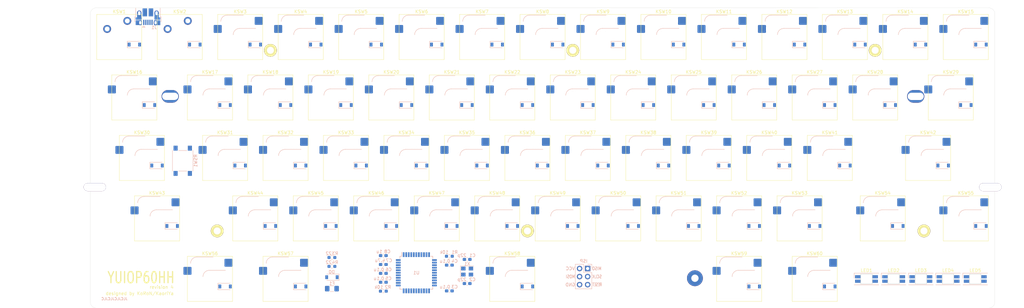
<source format=kicad_pcb>
(kicad_pcb (version 20211014) (generator pcbnew)
  (title_block (title "YUIOP60HH") (date "2022-02-04") (rev "5") (company "KaoriYa"))
  (layers (0 "F.Cu" signal) (31 "B.Cu" signal) (34 "B.Paste" user) (35 "F.Paste" user) (36 "B.SilkS" user "B.Silkscreen") (37 "F.SilkS" user "F.Silkscreen") (38 "B.Mask" user) (39 "F.Mask" user) (44 "Edge.Cuts" user))
  (net 0 "")
  (net 1 "GND")
  (net 2 "/Controller/XTAL2")
  (net 3 "/Controller/XTAL1")
  (net 4 "VCC")
  (net 5 "Net-(C8-Pad2)")
  (net 6 "/Controller/V_USB")
  (net 7 "Net-(D1-Pad2)")
  (net 8 "/ROW_1")
  (net 9 "Net-(D2-Pad2)")
  (net 10 "Net-(D3-Pad2)")
  (net 11 "Net-(D4-Pad2)")
  (net 12 "Net-(D5-Pad2)")
  (net 13 "Net-(D6-Pad2)")
  (net 14 "Net-(D7-Pad2)")
  (net 15 "Net-(D8-Pad2)")
  (net 16 "Net-(D9-Pad2)")
  (net 17 "Net-(D10-Pad2)")
  (net 18 "Net-(D11-Pad2)")
  (net 19 "Net-(D12-Pad2)")
  (net 20 "Net-(D13-Pad2)")
  (net 21 "Net-(D14-Pad2)")
  (net 22 "Net-(D15-Pad2)")
  (net 23 "Net-(D16-Pad2)")
  (net 24 "/ROW_2")
  (net 25 "Net-(D17-Pad2)")
  (net 26 "Net-(D18-Pad2)")
  (net 27 "Net-(D19-Pad2)")
  (net 28 "Net-(D20-Pad2)")
  (net 29 "Net-(D21-Pad2)")
  (net 30 "Net-(D22-Pad2)")
  (net 31 "Net-(D23-Pad2)")
  (net 32 "Net-(D24-Pad2)")
  (net 33 "Net-(D25-Pad2)")
  (net 34 "Net-(D26-Pad2)")
  (net 35 "Net-(D27-Pad2)")
  (net 36 "Net-(D28-Pad2)")
  (net 37 "Net-(D29-Pad2)")
  (net 38 "Net-(D30-Pad2)")
  (net 39 "/ROW_3")
  (net 40 "Net-(D31-Pad2)")
  (net 41 "Net-(D32-Pad2)")
  (net 42 "Net-(D33-Pad2)")
  (net 43 "Net-(D34-Pad2)")
  (net 44 "Net-(D35-Pad2)")
  (net 45 "Net-(D36-Pad2)")
  (net 46 "Net-(D37-Pad2)")
  (net 47 "Net-(D38-Pad2)")
  (net 48 "Net-(D39-Pad2)")
  (net 49 "Net-(D40-Pad2)")
  (net 50 "Net-(D41-Pad2)")
  (net 51 "Net-(D42-Pad2)")
  (net 52 "Net-(D43-Pad2)")
  (net 53 "/ROW_4")
  (net 54 "Net-(D44-Pad2)")
  (net 55 "Net-(D45-Pad2)")
  (net 56 "Net-(D46-Pad2)")
  (net 57 "Net-(D47-Pad2)")
  (net 58 "Net-(D48-Pad2)")
  (net 59 "Net-(D49-Pad2)")
  (net 60 "Net-(D50-Pad2)")
  (net 61 "Net-(D51-Pad2)")
  (net 62 "Net-(D52-Pad2)")
  (net 63 "Net-(D53-Pad2)")
  (net 64 "Net-(D54-Pad2)")
  (net 65 "Net-(D55-Pad2)")
  (net 66 "Net-(D56-Pad2)")
  (net 67 "/ROW_5")
  (net 68 "Net-(D57-Pad2)")
  (net 69 "Net-(D58-Pad2)")
  (net 70 "Net-(D59-Pad2)")
  (net 71 "Net-(D60-Pad2)")
  (net 72 "/RESET")
  (net 73 "/COL_01")
  (net 74 "/COL_02")
  (net 75 "/COL_03")
  (net 76 "/COL_04")
  (net 77 "/COL_05")
  (net 78 "/COL_06")
  (net 79 "/COL_07")
  (net 80 "/COL_08")
  (net 81 "/COL_09")
  (net 82 "/COL_10")
  (net 83 "/COL_11")
  (net 84 "/COL_12")
  (net 85 "/COL_13")
  (net 86 "/COL_14")
  (net 87 "/COL_15")
  (net 88 "/LED_DATA")
  (net 89 "Net-(R2-Pad2)")
  (net 90 "/Controller/D+")
  (net 91 "/Controller/D-")
  (net 93 "/LED Array/DOUT")
  (net 95 "/Controller/P41_F0")
  (net 96 "Net-(LED1-Pad2)")
  (net 97 "Net-(LED2-Pad2)")
  (net 98 "Net-(LED3-Pad2)")
  (net 99 "Net-(LED4-Pad2)")
  (net 100 "/Controller/P01_E6")
  (net 101 "/Controller/P12_B7")
  (net 102 "/Controller/P18_D0")
  (net 103 "/USB_VBUS")
  (net 104 "/USB_D+")
  (net 105 "/USB_D-")
  (footprint "yuiop:SK6812MINI-E_B" (layer "F.Cu") (at 348.809 185.441 180)
    (fp_text reference "LED5")
    (fp_text value "SK6812MINI")
    (fp_line (start -1.8 -1.55) (end 1.8 -1.55) (layer "Edge.Cuts") (width 0.12))
    (fp_line (start 1.8 -1.55) (end 1.8 1.55) (layer "Edge.Cuts") (width 0.12))
    (fp_line (start 1.8 1.55) (end -1.8 1.55) (layer "Edge.Cuts") (width 0.12))
    (fp_line (start -1.8 1.55) (end -1.8 -1.55) (layer "Edge.Cuts") (width 0.12))
  )
  (footprint "yuiop:SK6812MINI-E_B" (layer "F.Cu") (at 314.544 185.441 180)
    (fp_text reference "LED1")
    (fp_text value "SK6812MINI")
    (fp_line (start -1.8 -1.55) (end 1.8 -1.55) (layer "Edge.Cuts") (width 0.12))
    (fp_line (start 1.8 1.55) (end -1.8 1.55) (layer "Edge.Cuts") (width 0.12))
    (fp_line (start -1.8 1.55) (end -1.8 -1.55) (layer "Edge.Cuts") (width 0.12))
    (fp_line (start 1.8 -1.55) (end 1.8 1.55) (layer "Edge.Cuts") (width 0.12))
  )
  (footprint "yuiop:SK6812MINI-E_B" (layer "F.Cu") (at 323.111 185.441 180)
    (fp_text reference "LED2")
    (fp_text value "SK6812MINI")
    (fp_line (start 1.8 1.55) (end -1.8 1.55) (layer "Edge.Cuts") (width 0.12))
    (fp_line (start -1.8 1.55) (end -1.8 -1.55) (layer "Edge.Cuts") (width 0.12))
    (fp_line (start -1.8 -1.55) (end 1.8 -1.55) (layer "Edge.Cuts") (width 0.12))
    (fp_line (start 1.8 -1.55) (end 1.8 1.55) (layer "Edge.Cuts") (width 0.12))
  )
  (footprint "yuiop:D_SOD-123" (layer "F.Cu") (at 183.925 168.74125 180)
    (fp_text reference "D47" hide)
    (fp_text value "1N4148W" hide)
  )
  (footprint "yuiop:D_SOD-123" (layer "F.Cu") (at 126.775 168.74125 180)
    (fp_text reference "D44" hide)
    (fp_text value "1N4148W" hide)
  )
  (footprint "yuiop:D_SOD-123" (layer "F.Cu") (at 338.70625 149.69125 180)
    (fp_text reference "D42" hide)
    (fp_text value "1N4148W" hide)
  )
  (footprint "yuiop:D_SOD-123" (layer "F.Cu") (at 193.45 149.69125 180)
    (fp_text reference "D35" hide)
    (fp_text value "1N4148W" hide)
  )
  (footprint "yuiop:D_SOD-123" (layer "F.Cu") (at 307.75 149.69125 180)
    (fp_text reference "D41" hide)
    (fp_text value "1N4148W" hide)
  )
  (footprint "yuiop:D_SOD-123" (layer "F.Cu") (at 288.7 149.69125 180)
    (fp_text reference "D40" hide)
    (fp_text value "1N4148W" hide)
  )
  (footprint "yuiop:D_SOD-123" (layer "F.Cu") (at 250.6 149.69125 180)
    (fp_text reference "D38" hide)
    (fp_text value "1N4148W" hide)
  )
  (footprint "yuiop:D_SOD-123" (layer "F.Cu") (at 222.025 168.74125 180)
    (fp_text reference "D49" hide)
    (fp_text value "1N4148W" hide)
  )
  (footprint "yuiop:D_SOD-123" (layer "F.Cu") (at 279.175 168.74125 180)
    (fp_text reference "D52" hide)
    (fp_text value "1N4148W" hide)
  )
  (footprint "yuiop:D_SOD-123" (layer "F.Cu") (at 279.175 187.791 180)
    (fp_text reference "D59" hide)
    (fp_text value "1N4148W" hide)
  )
  (footprint "yuiop:D_SOD-123" (layer "F.Cu") (at 298.225 168.74125 180)
    (fp_text reference "D53" hide)
    (fp_text value "1N4148W" hide)
  )
  (footprint "yuiop:D_SOD-123" (layer "F.Cu") (at 207.7375 187.791 180)
    (fp_text reference "D58" hide)
    (fp_text value "1N4148W" hide)
  )
  (footprint "yuiop:D_SOD-123" (layer "F.Cu") (at 136.3 187.791 180)
    (fp_text reference "D57" hide)
    (fp_text value "1N4148W" hide)
  )
  (footprint "yuiop:D_SOD-123" (layer "F.Cu") (at 241.075 168.74125 180)
    (fp_text reference "D50" hide)
    (fp_text value "1N4148W" hide)
  )
  (footprint "yuiop:D_SOD-123" (layer "F.Cu") (at 112.4875 187.791 180)
    (fp_text reference "D56" hide)
    (fp_text value "1N4148W" hide)
  )
  (footprint "yuiop:D_SOD-123" (layer "F.Cu") (at 95.81875 168.74125 180)
    (fp_text reference "D43" hide)
    (fp_text value "1N4148W" hide)
  )
  (footprint "yuiop:D_SOD-123" (layer "F.Cu") (at 350.6125 168.74125 180)
    (fp_text reference "D55" hide)
    (fp_text value "1N4148W" hide)
  )
  (footprint "yuiop:D_SOD-123" (layer "F.Cu") (at 324.41875 168.74125 180)
    (fp_text reference "D54" hide)
    (fp_text value "1N4148W" hide)
  )
  (footprint "yuiop:D_SOD-123" (layer "F.Cu") (at 260.125 168.74125 180)
    (fp_text reference "D51" hide)
    (fp_text value "1N4148W" hide)
  )
  (footprint "yuiop:D_SOD-123" (layer "F.Cu") (at 164.875 168.74125 180)
    (fp_text reference "D46" hide)
    (fp_text value "1N4148W" hide)
  )
  (footprint "yuiop:D_SOD-123" (layer "F.Cu") (at 145.825 168.74125 180)
    (fp_text reference "D45" hide)
    (fp_text value "1N4148W" hide)
  )
  (footprint "yuiop:D_SOD-123" (layer "F.Cu") (at 269.65 149.69125 180)
    (fp_text reference "D39" hide)
    (fp_text value "1N4148W" hide)
  )
  (footprint "yuiop:D_SOD-123" (layer "F.Cu") (at 231.55 149.69125 180)
    (fp_text reference "D37" hide)
    (fp_text value "1N4148W" hide)
  )
  (footprint "yuiop:D_SOD-123" (layer "F.Cu") (at 91.05625 149.69125 180)
    (fp_text reference "D30" hide)
    (fp_text value "1N4148W" hide)
  )
  (footprint "yuiop:D_SOD-123" (layer "F.Cu") (at 207.7375 130.64125 180)
    (fp_text reference "D22" hide)
    (fp_text value "1N4148W" hide)
  )
  (footprint "yuiop:D_SOD-123" (layer "F.Cu") (at 350.6125 111.59125 180)
    (fp_text reference "D15" hide)
    (fp_text value "1N4148W" hide)
  )
  (footprint "yuiop:D_SOD-123" (layer "F.Cu") (at 293.4625 111.59125 180)
    (fp_text reference "D12" hide)
    (fp_text value "1N4148W" hide)
  )
  (footprint "yuiop:D_SOD-123" (layer "F.Cu") (at 188.6875 130.64125 180)
    (fp_text reference "D21" hide)
    (fp_text value "1N4148W" hide)
  )
  (footprint "yuiop:D_SOD-123" (layer "F.Cu") (at 169.6375 130.64125 180)
    (fp_text reference "D20" hide)
    (fp_text value "1N4148W" hide)
  )
  (footprint "yuiop:D_SOD-123" (layer "F.Cu") (at 122.012 111.59125 180)
    (fp_text reference "D3" hide)
    (fp_text value "1N4148W" hide)
  )
  (footprint "yuiop:D_SOD-123" (layer "F.Cu") (at 312.5125 111.59125 180)
    (fp_text reference "D13" hide)
    (fp_text value "1N4148W" hide)
  )
  (footprint "yuiop:D_SOD-123" (layer "F.Cu") (at 302.9875 130.64125 180)
    (fp_text reference "D27" hide)
    (fp_text value "1N4148W" hide)
  )
  (footprint "yuiop:D_SOD-123" (layer "F.Cu") (at 198.2125 111.59125 180)
    (fp_text reference "D7" hide)
    (fp_text value "1N4148W" hide)
  )
  (footprint "yuiop:D_SOD-123" (layer "F.Cu") (at 160.1125 111.59125 180)
    (fp_text reference "D5" hide)
    (fp_text value "1N4148W" hide)
  )
  (footprint "yuiop:D_SOD-123" (layer "F.Cu") (at 226.7875 130.64125 180)
    (fp_text reference "D23" hide)
    (fp_text value "1N4148W" hide)
  )
  (footprint "yuiop:D_SOD-123" (layer "F.Cu") (at 264.8875 130.64125 180)
    (fp_text reference "D25" hide)
    (fp_text value "1N4148W" hide)
  )
  (footprint "yuiop:D_SOD-123" (layer "F.Cu") (at 131.5375 130.64125 180)
    (fp_text reference "D18" hide)
    (fp_text value "1N4148W" hide)
  )
  (footprint "yuiop:D_SOD-123" (layer "F.Cu") (at 117.25 149.69125 180)
    (fp_text reference "D31" hide)
    (fp_text value "1N4148W" hide)
  )
  (footprint "yuiop:D_SOD-123" (layer "F.Cu") (at 88.675 130.64125 180)
    (fp_text reference "D16" hide)
    (fp_text value "1N4148W" hide)
  )
  (footprint "yuiop:D_SOD-123" (layer "F.Cu") (at 245.8375 130.64125 180)
    (fp_text reference "D24" hide)
    (fp_text value "1N4148W" hide)
  )
  (footprint "yuiop:D_SOD-123" (layer "F.Cu") (at 102.9625 111.59125 180)
    (fp_text reference "D2" hide)
    (fp_text value "1N4148W" hide)
  )
  (footprint "yuiop:D_SOD-123" (layer "F.Cu") (at 150.5875 130.64125 180)
    (fp_text reference "D19" hide)
    (fp_text value "1N4148W" hide)
  )
  (footprint "yuiop:D_SOD-123" (layer "F.Cu") (at 274.4125 111.59125 180)
    (fp_text reference "D11" hide)
    (fp_text value "1N4148W" hide)
  )
  (footprint "yuiop:D_SOD-123" (layer "F.Cu") (at 83.9125 111.59125 180)
    (fp_text reference "D1" hide)
    (fp_text value "1N4148W" hide)
  )
  (footprint "yuiop:D_SOD-123" (layer "F.Cu") (at 217.263 111.59125 180)
    (fp_text reference "D8" hide)
    (fp_text value "1N4148W" hide)
  )
  (footprint "yuiop:D_SOD-123" (layer "F.Cu") (at 255.3625 111.59125 180)
    (fp_text reference "D10" hide)
    (fp_text value "1N4148W" hide)
  )
  (footprint "yuiop:D_SOD-123" (layer "F.Cu") (at 141.0625 111.59125 180)
    (fp_text reference "D4" hide)
    (fp_text value "1N4148W" hide)
  )
  (footprint "yuiop:D_SOD-123" (layer "F.Cu") (at 136.3 149.69125 180)
    (fp_text reference "D32" hide)
    (fp_text value "1N4148W" hide)
  )
  (footprint "yuiop:D_SOD-123" (layer "F.Cu") (at 322.0375 130.64125 180)
    (fp_text reference "D28" hide)
    (fp_text value "1N4148W" hide)
  )
  (footprint "yuiop:D_SOD-123" (layer "F.Cu") (at 283.9375 130.64125 180)
    (fp_text reference "D26" hide)
    (fp_text value "1N4148W" hide)
  )
  (footprint "yuiop:D_SOD-123" (layer "F.Cu") (at 179.1625 111.59125 180)
    (fp_text reference "D6" hide)
    (fp_text value "1N4148W" hide)
  )
  (footprint "yuiop:D_SOD-123" (layer "F.Cu") (at 331.5625 111.59125 180)
    (fp_text reference "D14" hide)
    (fp_text value "1N4148W" hide)
  )
  (footprint "yuiop:D_SOD-123" (layer "F.Cu") (at 155.35 149.69125 180)
    (fp_text reference "D33" hide)
    (fp_text value "1N4148W" hide)
  )
  (footprint "yuiop:D_SOD-123" (layer "F.Cu") (at 174.4 149.69125 180)
    (fp_text reference "D34" hide)
    (fp_text value "1N4148W" hide)
  )
  (footprint "yuiop:D_SOD-123" (layer "F.Cu") (at 345.85 130.64125 180)
    (fp_text reference "D29" hide)
    (fp_text value "1N4148W" hide)
  )
  (footprint "yuiop:D_SOD-123" (layer "F.Cu") (at 112.4875 130.64125 180)
    (fp_text reference "D17" hide)
    (fp_text value "1N4148W" hide)
  )
  (footprint "yuiop:D_SOD-123" (layer "F.Cu") (at 212.5 149.69125 180)
    (fp_text reference "D36" hide)
    (fp_text value "1N4148W" hide)
  )
  (footprint "Keyswitch_Cherry_MX:SW_Cherry_MX_PCB" (layer "F.Cu") (at 79.15 109.21)
    (fp_text reference "KSW1")
    (fp_text value "KEY_SWITCH")
  )
  (footprint "Keyswitch_Cherry_MX:SW_Cherry_MX_PCB" (layer "F.Cu") (at 98.2 109.21)
    (fp_text reference "KSW2")
    (fp_text value "KEY_SWITCH")
  )
  (footprint "Keyswitch_Hotswap_Kailh:SW_Hotswap_Kailh_MX" (layer "F.Cu") (at 117.25 109.21)
    (fp_text reference "KSW3")
    (fp_text value "KEY_SWITCH")
  )
  (footprint "Keyswitch_Hotswap_Kailh:SW_Hotswap_Kailh_MX" (layer "F.Cu") (at 136.3 109.21)
    (fp_text reference "KSW4")
    (fp_text value "KEY_SWITCH")
  )
  (footprint "Keyswitch_Hotswap_Kailh:SW_Hotswap_Kailh_MX" (layer "F.Cu") (at 155.35 109.21)
    (fp_text reference "KSW5")
    (fp_text value "KEY_SWITCH")
  )
  (footprint "Keyswitch_Hotswap_Kailh:SW_Hotswap_Kailh_MX" (layer "F.Cu") (at 174.4 109.21)
    (fp_text reference "KSW6")
    (fp_text value "KEY_SWITCH")
  )
  (footprint "Keyswitch_Hotswap_Kailh:SW_Hotswap_Kailh_MX" (layer "F.Cu") (at 193.45 109.21)
    (fp_text reference "KSW7")
    (fp_text value "KEY_SWITCH")
  )
  (footprint "Keyswitch_Hotswap_Kailh:SW_Hotswap_Kailh_MX" (layer "F.Cu") (at 212.5 109.21)
    (fp_text reference "KSW8")
    (fp_text value "KEY_SWITCH")
  )
  (footprint "Keyswitch_Hotswap_Kailh:SW_Hotswap_Kailh_MX" (layer "F.Cu") (at 231.55 109.21)
    (fp_text reference "KSW9")
    (fp_text value "KEY_SWITCH")
  )
  (footprint "Keyswitch_Hotswap_Kailh:SW_Hotswap_Kailh_MX" (layer "F.Cu") (at 250.6 109.21)
    (fp_text reference "KSW10")
    (fp_text value "KEY_SWITCH")
  )
  (footprint "Keyswitch_Hotswap_Kailh:SW_Hotswap_Kailh_MX" (layer "F.Cu") (at 269.65 109.21)
    (fp_text reference "KSW11")
    (fp_text value "KEY_SWITCH")
  )
  (footprint "Keyswitch_Hotswap_Kailh:SW_Hotswap_Kailh_MX" (layer "F.Cu") (at 288.7 109.21)
    (fp_text reference "KSW12")
    (fp_text value "KEY_SWITCH")
  )
  (footprint "Keyswitch_Hotswap_Kailh:SW_Hotswap_Kailh_MX" (layer "F.Cu") (at 326.8 109.21)
    (fp_text reference "KSW14")
    (fp_text value "KEY_SWITCH")
  )
  (footprint "Keyswitch_Hotswap_Kailh:SW_Hotswap_Kailh_MX" (layer "F.Cu") (at 345.85 109.21)
    (fp_text reference "KSW15")
    (fp_text value "KEY_SWITCH")
  )
  (footprint "Keyswitch_Hotswap_Kailh:SW_Hotswap_Kailh_MX" (layer "F.Cu") (at 83.9125 128.26)
    (fp_text reference "KSW16")
    (fp_text value "KEY_SWITCH")
  )
  (footprint "Keyswitch_Hotswap_Kailh:SW_Hotswap_Kailh_MX" (layer "F.Cu") (at 107.725 128.26)
    (fp_text reference "KSW17")
    (fp_text value "KEY_SWITCH")
  )
  (footprint "Keyswitch_Hotswap_Kailh:SW_Hotswap_Kailh_MX" (layer "F.Cu") (at 126.775 128.26)
    (fp_text reference "KSW18")
    (fp_text value "KEY_SWITCH")
  )
  (footprint "Keyswitch_Hotswap_Kailh:SW_Hotswap_Kailh_MX" (layer "F.Cu") (at 145.825 128.26)
    (fp_text reference "KSW19")
    (fp_text value "KEY_SWITCH")
  )
  (footprint "Keyswitch_Hotswap_Kailh:SW_Hotswap_Kailh_MX" (layer "F.Cu") (at 164.875 128.26)
    (fp_text reference "KSW20")
    (fp_text value "KEY_SWITCH")
  )
  (footprint "Keyswitch_Hotswap_Kailh:SW_Hotswap_Kailh_MX" (layer "F.Cu") (at 183.925 128.26)
    (fp_text reference "KSW21")
    (fp_text value "KEY_SWITCH")
  )
  (footprint "Keyswitch_Hotswap_Kailh:SW_Hotswap_Kailh_MX" (layer "F.Cu") (at 202.975 128.26)
    (fp_text reference "KSW22")
    (fp_text value "KEY_SWITCH")
  )
  (footprint "Keyswitch_Hotswap_Kailh:SW_Hotswap_Kailh_MX" (layer "F.Cu") (at 222.025 128.26)
    (fp_text reference "KSW23")
    (fp_text value "KEY_SWITCH")
  )
  (footprint "Keyswitch_Hotswap_Kailh:SW_Hotswap_Kailh_MX" (layer "F.Cu") (at 241.075 128.26)
    (fp_text reference "KSW24")
    (fp_text value "KEY_SWITCH")
  )
  (footprint "Keyswitch_Hotswap_Kailh:SW_Hotswap_Kailh_MX" (layer "F.Cu") (at 260.125 128.26)
    (fp_text reference "KSW25")
    (fp_text value "KEY_SWITCH")
  )
  (footprint "Keyswitch_Hotswap_Kailh:SW_Hotswap_Kailh_MX" (layer "F.Cu") (at 279.175 128.26)
    (fp_text reference "KSW26")
    (fp_text value "KEY_SWITCH")
  )
  (footprint "Keyswitch_Hotswap_Kailh:SW_Hotswap_Kailh_MX" (layer "F.Cu") (at 298.225 128.26)
    (fp_text reference "KSW27")
    (fp_text value "KEY_SWITCH")
  )
  (footprint "Keyswitch_Hotswap_Kailh:SW_Hotswap_Kailh_MX" (layer "F.Cu") (at 317.275 128.26)
    (fp_text reference "KSW28")
    (fp_text value "KEY_SWITCH")
  )
  (footprint "Keyswitch_Hotswap_Kailh:SW_Hotswap_Kailh_MX" (layer "F.Cu") (at 341.087 128.26)
    (fp_text reference "KSW29")
    (fp_text value "KEY_SWITCH")
  )
  (footprint "Keyswitch_Hotswap_Kailh:SW_Hotswap_Kailh_MX" (layer "F.Cu") (at 86.2938 147.31)
    (fp_text reference "KSW30")
    (fp_text value "KEY_SWITCH")
  )
  (footprint "Keyswitch_Hotswap_Kailh:SW_Hotswap_Kailh_MX" (layer "F.Cu") (at 112.487 147.31)
    (fp_text reference "KSW31")
    (fp_text value "KEY_SWITCH")
  )
  (footprint "Keyswitch_Hotswap_Kailh:SW_Hotswap_Kailh_MX" (layer "F.Cu") (at 131.537 147.31)
    (fp_text reference "KSW32")
    (fp_text value "KEY_SWITCH")
  )
  (footprint "Keyswitch_Hotswap_Kailh:SW_Hotswap_Kailh_MX" (layer "F.Cu") (at 150.587 147.31)
    (fp_text reference "KSW33")
    (fp_text value "KEY_SWITCH")
  )
  (footprint "Keyswitch_Hotswap_Kailh:SW_Hotswap_Kailh_MX" (layer "F.Cu") (at 169.637 147.31)
    (fp_text reference "KSW34")
    (fp_text value "KEY_SWITCH")
  )
  (footprint "Keyswitch_Hotswap_Kailh:SW_Hotswap_Kailh_MX" (layer "F.Cu") (at 188.687 147.31)
    (fp_text reference "KSW35")
    (fp_text value "KEY_SWITCH")
  )
  (footprint "Keyswitch_Hotswap_Kailh:SW_Hotswap_Kailh_MX" (layer "F.Cu") (at 207.737 147.31)
    (fp_text reference "KSW36")
    (fp_text value "KEY_SWITCH")
  )
  (footprint "Keyswitch_Hotswap_Kailh:SW_Hotswap_Kailh_MX" (layer "F.Cu") (at 226.787 147.31)
    (fp_text reference "KSW37")
    (fp_text value "KEY_SWITCH")
  )
  (footprint "Keyswitch_Hotswap_Kailh:SW_Hotswap_Kailh_MX" (layer "F.Cu") (at 245.837 147.31)
    (fp_text reference "KSW38")
    (fp_text value "KEY_SWITCH")
  )
  (footprint "Keyswitch_Hotswap_Kailh:SW_Hotswap_Kailh_MX" (layer "F.Cu") (at 264.887 147.31)
    (fp_text reference "KSW39")
    (fp_text value "KEY_SWITCH")
  )
  (footprint "Keyswitch_Hotswap_Kailh:SW_Hotswap_Kailh_MX" (layer "F.Cu") (at 283.937 147.31)
    (fp_text reference "KSW40")
    (fp_text value "KEY_SWITCH")
  )
  (footprint "Keyswitch_Hotswap_Kailh:SW_Hotswap_Kailh_MX" (layer "F.Cu") (at 302.987 147.31)
    (fp_text reference "KSW41")
    (fp_text value "KEY_SWITCH")
  )
  (footprint "Keyswitch_Hotswap_Kailh:SW_Hotswap_Kailh_MX" (layer "F.Cu") (at 333.944 147.31)
    (fp_text reference "KSW42")
    (fp_text value "KEY_SWITCH")
  )
  (footprint "Keyswitch_Hotswap_Kailh:SW_Hotswap_Kailh_MX" (layer "F.Cu") (at 91.0557 166.36)
    (fp_text reference "KSW43")
    (fp_text value "KEY_SWITCH")
  )
  (footprint "Keyswitch_Hotswap_Kailh:SW_Hotswap_Kailh_MX" (layer "F.Cu") (at 122.013 166.36)
    (fp_text reference "KSW44")
    (fp_text value "KEY_SWITCH")
  )
  (footprint "Keyswitch_Hotswap_Kailh:SW_Hotswap_Kailh_MX" (layer "F.Cu") (at 141.063 166.36)
    (fp_text reference "KSW45")
    (fp_text value "KEY_SWITCH")
  )
  (footprint "Keyswitch_Hotswap_Kailh:SW_Hotswap_Kailh_MX" (layer "F.Cu") (at 160.113 166.36)
    (fp_text reference "KSW46")
    (fp_text value "KEY_SWITCH")
  )
  (footprint "Keyswitch_Hotswap_Kailh:SW_Hotswap_Kailh_MX" (layer "F.Cu") (at 179.163 166.36)
    (fp_text reference "KSW47")
    (fp_text value "KEY_SWITCH")
  )
  (footprint "Keyswitch_Hotswap_Kailh:SW_Hotswap_Kailh_MX" (layer "F.Cu") (at 236.313 166.36)
    (fp_text reference "KSW50")
    (fp_text value "KEY_SWITCH")
  )
  (footprint "Keyswitch_Hotswap_Kailh:SW_Hotswap_Kailh_MX" (layer "F.Cu") (at 255.363 166.36)
    (fp_text reference "KSW51")
    (fp_text value "KEY_SWITCH")
  )
  (footprint "Keyswitch_Hotswap_Kailh:SW_Hotswap_Kailh_MX" (layer "F.Cu") (at 274.413 166.36)
    (fp_text reference "KSW52")
    (fp_text value "KEY_SWITCH")
  )
  (footprint "Keyswitch_Hotswap_Kailh:SW_Hotswap_Kailh_MX" (layer "F.Cu") (at 293.463 166.36)
    (fp_text reference "KSW53")
    (fp_text value "KEY_SWITCH")
  )
  (footprint "Keyswitch_Hotswap_Kailh:SW_Hotswap_Kailh_MX" (layer "F.Cu") (at 319.656 166.36)
    (fp_text reference "KSW54")
    (fp_text value "KEY_SWITCH")
  )
  (footprint "Keyswitch_Hotswap_Kailh:SW_Hotswap_Kailh_MX" (layer "F.Cu") (at 345.85 166.36)
    (fp_text reference "KSW55")
    (fp_text value "KEY_SWITCH")
  )
  (footprint "Keyswitch_Hotswap_Kailh:SW_Hotswap_Kailh_MX" (layer "F.Cu") (at 107.725 185.41)
    (fp_text reference "KSW56")
    (fp_text value "KEY_SWITCH")
  )
  (footprint "Keyswitch_Hotswap_Kailh:SW_Hotswap_Kailh_MX" (layer "F.Cu") (at 131.537 185.41)
    (fp_text reference "KSW57")
    (fp_text value "KEY_SWITCH")
  )
  (footprint "Keyswitch_Hotswap_Kailh:SW_Hotswap_Kailh_MX" (layer "F.Cu") (at 202.975 185.41)
    (fp_text reference "KSW58")
    (fp_text value "KEY_SWITCH")
  )
  (footprint "Keyswitch_Hotswap_Kailh:SW_Hotswap_Kailh_MX" (layer "F.Cu") (at 298.225 185.41)
    (fp_text reference "KSW60")
    (fp_text value "KEY_SWITCH")
  )
  (footprint "yuiop:Hole_5x2.5_7" (layer "F.Cu") (at 95.2 127.9)
    (fp_text reference "HOLE1" hide)
    (fp_text value "Hole_5x2.3_6" hide)
  )
  (footprint "yuiop:Hole_5x2.5_7" (layer "F.Cu") (at 330.05 127.91)
    (fp_text reference "HOLE2" hide)
    (fp_text value "Hole_5x2.3_6" hide)
  )
  (footprint "yuiop:Hole_5x2.5_7" (layer "F.Cu") (at 260.5 185.2)
    (fp_text reference "HOLE4" hide)
    (fp_text value "Hole_5x2.3_6" hide)
  )
  (footprint "yuiop:Hole_2.2" (layer "F.Cu") (at 198.2 147)
    (fp_text reference "HOLE3" hide)
    (fp_text value "Hole_2.3" hide)
  )
  (footprint "yuiop:Hole_7x2.5_10x5" (layer "F.Cu") (at 71.46 156.5)
    (fp_text reference "HOLE5" hide)
    (fp_text value "Hole_7x2.5" hide)
  )
  (footprint "yuiop:Hole_7x2.5_10x5" (layer "F.Cu") (at 353.54 156.5)
    (fp_text reference "HOLE6" hide)
    (fp_text value "Hole_7x2.5" hide)
  )
  (footprint "yuiop:Hole_2.2_4" (layer "F.Cu") (at 317.275 113.4)
    (fp_text reference "HOLE9" hide)
    (fp_text value "Hole_2.2_4" hide)
  )
  (footprint "yuiop:Hole_2.2_4" (layer "F.Cu") (at 332.65 170.3)
    (fp_text reference "HOLE10" hide)
    (fp_text value "Hole_2.2_4" hide)
  )
  (footprint "yuiop:Hole_2.2_4" (layer "F.Cu") (at 222.025 113.4)
    (fp_text reference "HOLE11" hide)
    (fp_text value "Hole_2.2_4" hide)
  )
  (footprint "yuiop:Cherry_MX_Stabilizer" (layer "F.Cu") (at 91.0557 166.36)
    (fp_text reference "STB1" hide)
    (fp_text value "Cherry_MX_Stabilizer" hide)
  )
  (footprint "yuiop:Cherry_MX_Stabilizer" (layer "F.Cu") (at 333.944 147.31)
    (fp_text reference "STB3" hide)
    (fp_text value "Cherry_MX_Stabilizer" hide)
  )
  (footprint "yuiop:SK6812MINI-E_B" (layer "F.Cu") (at 340.243 185.441 180)
    (fp_text reference "LED4")
    (fp_text value "SK6812MINI")
    (fp_line (start -1.8 -1.55) (end 1.8 -1.55) (layer "Edge.Cuts") (width 0.12))
    (fp_line (start 1.8 -1.55) (end 1.8 1.55) (layer "Edge.Cuts") (width 0.12))
    (fp_line (start 1.8 1.55) (end -1.8 1.55) (layer "Edge.Cuts") (width 0.12))
    (fp_line (start -1.8 1.55) (end -1.8 -1.55) (layer "Edge.Cuts") (width 0.12))
  )
  (footprint "yuiop:SK6812MINI-E_B" (layer "F.Cu") (at 331.677 185.441 180)
    (fp_text reference "LED3")
    (fp_text value "SK6812MINI")
    (fp_line (start -1.8 -1.55) (end 1.8 -1.55) (layer "Edge.Cuts") (width 0.12))
    (fp_line (start 1.8 -1.55) (end 1.8 1.55) (layer "Edge.Cuts") (width 0.12))
    (fp_line (start -1.8 1.55) (end -1.8 -1.55) (layer "Edge.Cuts") (width 0.12))
    (fp_line (start 1.8 1.55) (end -1.8 1.55) (layer "Edge.Cuts") (width 0.12))
  )
  (footprint "yuiop:D_SOD-123" (layer "F.Cu") (at 302.9875 187.79125 180)
    (fp_text reference "D60" hide)
    (fp_text value "1N4148W" hide)
  )
  (footprint "yuiop:D_SOD-123" (layer "F.Cu") (at 202.975 168.74125 180)
    (fp_text reference "D48" hide)
    (fp_text value "1N4148W" hide)
  )
  (footprint "yuiop:D_SOD-123" (layer "F.Cu") (at 236.3125 111.59125 180)
    (fp_text reference "D9" hide)
    (fp_text value "1N4148W" hide)
  )
  (footprint "yuiop:Hole_2.2_4" (layer "F.Cu") (at 126.775 113.4 180)
    (fp_text reference "HOLE7" hide)
    (fp_text value "Hole_2.2_4" hide)
  )
  (footprint "Keyswitch_Hotswap_Kailh:SW_Hotswap_Kailh_MX" (layer "F.Cu") (at 307.75 109.21)
    (fp_text reference "KSW13")
    (fp_text value "KEY_SWITCH")
  )
  (footprint "Keyswitch_Hotswap_Kailh:SW_Hotswap_Kailh_MX" (layer "F.Cu") (at 274.413 185.41)
    (fp_text reference "KSW59")
    (fp_text value "KEY_SWITCH")
  )
  (footprint "yuiop:Cherry_MX_Stabilizer_6.0u" (layer "F.Cu") (at 202.975 185.41)
    (fp_text reference "STB2" hide)
    (fp_text value "Cherry_MX_Stabilizer_6.0u" hide)
  )
  (footprint "yuiop:Hole_2.2_4" (layer "F.Cu") (at 207.738 170.3)
    (fp_text reference "HOLE12" hide)
    (fp_text value "Hole_2.2_4" hide)
  )
  (footprint "Keyswitch_Hotswap_Kailh:SW_Hotswap_Kailh_MX" (layer "F.Cu") (at 198.213 166.36)
    (fp_text reference "KSW48")
    (fp_text value "KEY_SWITCH")
  )
  (footprint "Keyswitch_Hotswap_Kailh:SW_Hotswap_Kailh_MX" (layer "F.Cu") (at 217.263 166.36)
    (fp_text reference "KSW49")
    (fp_text value "KEY_SWITCH")
  )
  (footprint "yuiop:Hole_2.2_4" (layer "F.Cu") (at 110 170.3)
    (fp_text reference "HOLE8" hide)
    (fp_text value "Hole_2.2_4" hide)
  )
  (footprint "Package_QFP:TQFP-44_10x10mm_P0.8mm" (layer "B.Cu") (at 172.743 183.474 -90)
    (fp_text reference "U1")
    (fp_text value "ATmega32U4-AU")
  )
  (footprint "Capacitor_SMD:C_0603_1608Metric_Pad1.08x0.95mm_HandSolder" (layer "B.Cu") (at 188.743 186.874 180)
    (fp_text reference "C2")
    (fp_text value "22p")
  )
  (footprint "Connector_PinHeader_2.54mm:PinHeader_2x03_P2.54mm_Vertical" (layer "B.Cu") (at 226.701 182.14 180)
    (fp_text reference "J2" hide)
    (fp_text value "ISP")
  )
  (footprint "Connector_USB:USB_Micro-B_Amphenol_10103594-0001LF_Horizontal" (layer "B.Cu") (at 88.2 102.835)
    (fp_text reference "J1")
    (fp_text value "USB_B_Micro")
  )
  (footprint "Button_Switch_SMD:SW_Push_1P1T_NO_6x6mm_H9.5mm" (layer "B.Cu") (at 99.15 148.2 90)
    (fp_text reference "RSW1")
    (fp_text value "RESET")
  )
  (footprint "Resistor_SMD:R_0603_1608Metric_Pad0.98x0.95mm_HandSolder" (layer "B.Cu") (at 183.143 178.274 180)
    (fp_text reference "R1")
    (fp_text value "10k")
  )
  (footprint "Resistor_SMD:R_0603_1608Metric_Pad0.98x0.95mm_HandSolder" (layer "B.Cu") (at 162.343 189.274)
    (fp_text reference "R2")
    (fp_text value "10k")
  )
  (footprint "Capacitor_SMD:C_0603_1608Metric_Pad1.08x0.95mm_HandSolder" (layer "B.Cu") (at 183.143 181.074)
    (fp_text reference "C4")
    (fp_text value "0.1u")
  )
  (footprint "Capacitor_SMD:C_0603_1608Metric_Pad1.08x0.95mm_HandSolder" (layer "B.Cu") (at 188.743 179.274)
    (fp_text reference "C1")
    (fp_text value "22p")
  )
  (footprint "Oscillator:Oscillator_SMD_SeikoEpson_SG8002CE-4Pin_3.2x2.5mm" (layer "B.Cu") (at 188.743 183.093)
    (fp_text reference "X1")
    (fp_text value "XTAL")
  )
  (footprint "Capacitor_SMD:C_0603_1608Metric_Pad1.08x0.95mm_HandSolder" (layer "B.Cu") (at 162.343 183.674 180)
    (fp_text reference "C6")
    (fp_text value "0.1u")
  )
  (footprint "Capacitor_SMD:C_0603_1608Metric_Pad1.08x0.95mm_HandSolder" (layer "B.Cu") (at 162.343 180.874 180)
    (fp_text reference "C7")
    (fp_text value "4.7u")
  )
  (footprint "Diode_SMD:D_SOD-123" (layer "B.Cu") (at 146.143 184.874 180)
    (fp_text reference "D0")
    (fp_text value "D_Schottky")
  )
  (footprint "Resistor_SMD:R_0603_1608Metric_Pad0.98x0.95mm_HandSolder" (layer "B.Cu") (at 146.143 181.474 180)
    (fp_text reference "R4")
    (fp_text value "22")
  )
  (footprint "Resistor_SMD:R_0603_1608Metric_Pad0.98x0.95mm_HandSolder" (layer "B.Cu") (at 146.143 178.674 180)
    (fp_text reference "R3")
    (fp_text value "22")
  )
  (footprint "Fuse:Fuse_1206_3216Metric_Pad1.42x1.75mm_HandSolder" (layer "B.Cu") (at 146.143 188.474 180)
    (fp_text reference "F1")
    (fp_text value "Fuse")
  )
  (footprint "Capacitor_SMD:C_0603_1608Metric_Pad1.08x0.95mm_HandSolder" (layer "B.Cu") (at 162.343 178.074)
    (fp_text reference "C8")
    (fp_text value "1u")
  )
  (footprint "Capacitor_SMD:C_0603_1608Metric_Pad1.08x0.95mm_HandSolder" (layer "B.Cu") (at 162.343 186.474 180)
    (fp_text reference "C5")
    (fp_text value "0.1u")
  )
  (footprint "Capacitor_SMD:C_0603_1608Metric_Pad1.08x0.95mm_HandSolder" (layer "B.Cu") (at 183.143 189.189)
    (fp_text reference "C3")
    (fp_text value "0.1u")
  )
  (gr_line (start 72 194.61) (end 353 194.61) (layer "Edge.Cuts") (width 0.05))
  (gr_line (start 70 102) (end 70 192.61) (layer "Edge.Cuts") (width 0.05))
  (gr_line (start 355 192.61) (end 355 102.01) (layer "Edge.Cuts") (width 0.05))
  (gr_arc (start 70 102) (mid 70.585786 100.585786) (end 72 100) (layer "Edge.Cuts") (width 0.05))
  (gr_arc (start 72 194.61) (mid 70.585786 194.024214) (end 70 192.61) (layer "Edge.Cuts") (width 0.05))
  (gr_arc (start 353 100.01) (mid 354.414214 100.595786) (end 355 102.01) (layer "Edge.Cuts") (width 0.05))
  (gr_arc (start 355 192.61) (mid 354.414214 194.024214) (end 353 194.61) (layer "Edge.Cuts") (width 0.05))
  (gr_line (start 353 100.01) (end 72 100) (layer "Edge.Cuts") (width 0.05))
  (gr_text "JLCJLCJLCJLC" (at 77.625 191.68484) (layer "B.SilkS") (effects (font (size 0.8 0.8)) (justify mirror)))
  (gr_text "SCLK" (at 229.64 184.7) (layer "B.SilkS") (effects (font (size 1 0.8)) (justify mirror)))
  (gr_text "GND" (at 221.24 187.25) (layer "B.SilkS") (effects (font (size 1 1)) (justify mirror)))
  (gr_text "MOSI" (at 221.29 184.7) (layer "B.SilkS") (effects (font (size 1 0.8)) (justify mirror)))
  (gr_text "RESET" (at 229.69 187.2) (layer "B.SilkS") (effects (font (size 1 0.65)) (justify mirror)))
  (gr_text "VCC" (at 221.24 182.15) (layer "B.SilkS") (effects (font (size 1 1)) (justify mirror)))
  (gr_text "MISO" (at 229.59 182.15) (layer "B.SilkS") (effects (font (size 1 0.8)) (justify mirror)))
  (gr_text "designed by KoRoN/KaoriYa" (at 85.6 190) (layer "F.SilkS") (effects (font (size 1 1))))
  (gr_text "revision 4" (at 92.5 188) (layer "F.SilkS") (effects (font (size 1 1))))
  (gr_text "YUIOP60HH" (at 86 185) (layer "F.SilkS") (effects (font (size 3.5 2.5) (thickness 0.4))))
)
</source>
